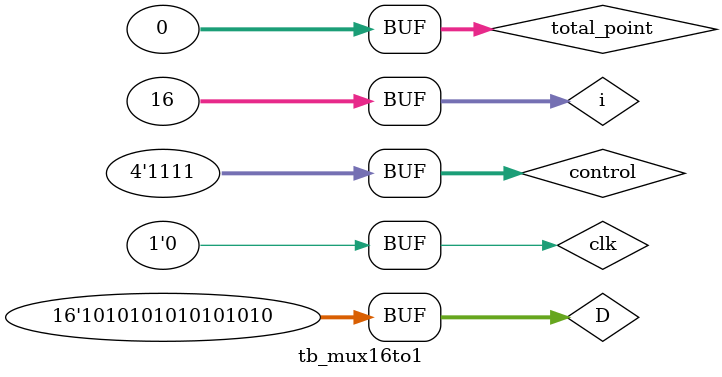
<source format=v>
module tb_mux16to1;

reg clk;
wire out;
reg [15:0] D;
reg [3:0] control;
integer i;

mux16to1 uut (
    .out    (    out    ),
    .D      (    D      ),
    .control (control)
);

parameter PERIOD = 20;
integer total_point = 0;

initial begin
    $dumpfile("db_tb_mux16to1.vcd");
    $dumpvars(0, tb_mux16to1);
    clk = 1'b0;
    #(PERIOD/2);
    
    D = 16'b1010101010101010;

    for (i=0; i<=2**4-1; i=i+1)begin
        control = i[3:0];
        #(PERIOD/2);
        
        case ({control})
        0: begin
            if (out == D[0]) begin total_point = total_point+1;end
//            break;
            end
        1: begin
            if (out == D[1]) begin total_point = total_point+1;end
//            break;
            end
        2: begin
            if (out == D[2]) begin total_point = total_point+1;end
//            break;
            end
        3: begin
            if (out == D[3]) begin total_point = total_point+1;end
//            break;
            end
        4: begin
            if (out == D[4]) begin total_point = total_point+1;end
//            break;
            end
        5: begin
            if (out == D[5]) begin total_point = total_point+1;end
//            break;
            end
        6: begin
            if (out == D[6]) begin total_point = total_point+1;end
//            break;
            end
        7: begin
            if (out == D[7]) begin total_point = total_point+1;end
//            break;
            end
        8: begin
            if (out == D[8]) begin total_point = total_point+1;end
//            break;
            end
        9: begin
            if (out == D[9]) begin total_point = total_point+1;end
//            break;
            end
        10: begin
            if (out == D[10]) begin total_point = total_point+1;end
//            break;
            end
        11: begin
            if (out == D[11]) begin total_point = total_point+1;end
//            break;
            end
        12: begin
            if (out == D[12]) begin total_point = total_point+1;end
//            break;
            end
        13: begin
            if (out == D[13]) begin total_point = total_point+1;end
//            break;
            end
        14: begin
            if (out == D[14]) begin total_point = total_point+1;end
//            break;
            end
        15: begin
            if (out == D[15]) begin total_point = total_point+1;end
//            break;
            end
        default: ;//break;
        endcase
        
        end
end

endmodule

</source>
